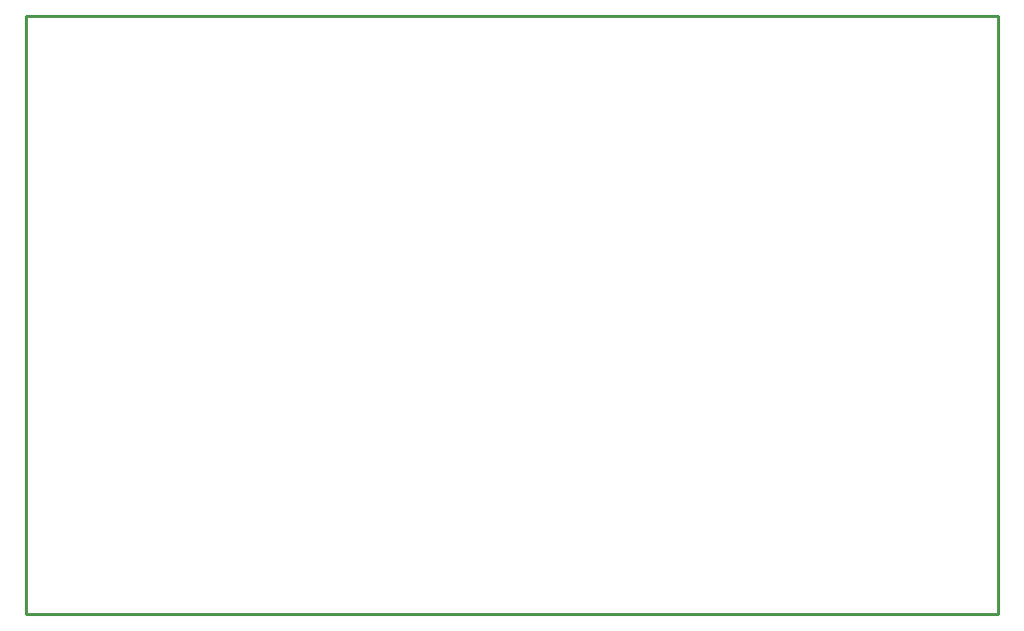
<source format=gbr>
G04 EAGLE Gerber RS-274X export*
G75*
%MOMM*%
%FSLAX34Y34*%
%LPD*%
%IN*%
%IPPOS*%
%AMOC8*
5,1,8,0,0,1.08239X$1,22.5*%
G01*
%ADD10C,0.254000*%


D10*
X0Y0D02*
X825500Y0D01*
X825500Y508000D01*
X0Y508100D01*
X0Y0D01*
M02*

</source>
